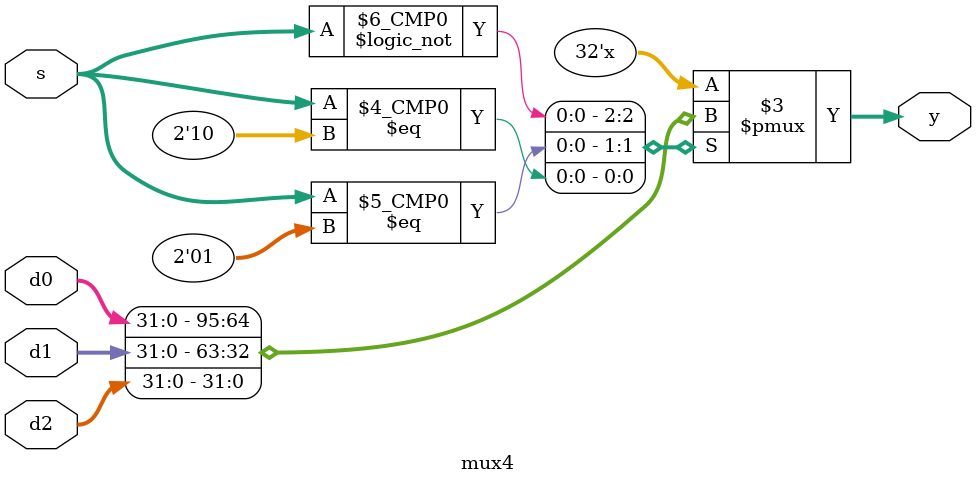
<source format=v>
`timescale 1ns / 1ps
module mux4 #(parameter WIDTH = 32)
             (input  [WIDTH-1:0] d0, d1, d2,
              input  [1:0]       s, 
              output reg [WIDTH-1:0] y);
				  
  always @(*)
    case(s)
	 2'b00: y <= d0;
	 2'b01: y <= d1;
	 2'b10: y <= d2;
	 default: y <= 32'bx;
	 endcase

endmodule

</source>
